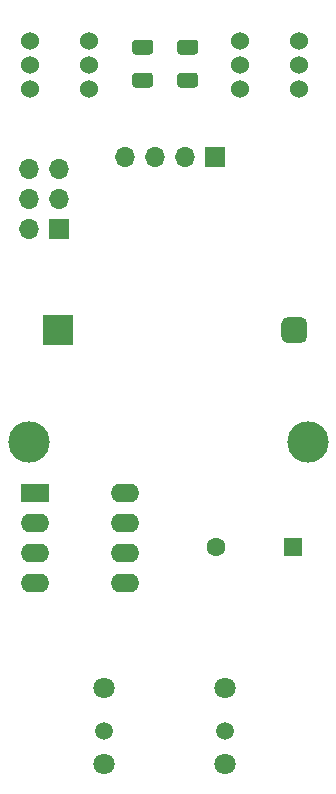
<source format=gbr>
%TF.GenerationSoftware,KiCad,Pcbnew,5.1.9*%
%TF.CreationDate,2021-02-18T20:56:02+01:00*%
%TF.ProjectId,sygeco1,73796765-636f-4312-9e6b-696361645f70,0.2*%
%TF.SameCoordinates,Original*%
%TF.FileFunction,Soldermask,Top*%
%TF.FilePolarity,Negative*%
%FSLAX46Y46*%
G04 Gerber Fmt 4.6, Leading zero omitted, Abs format (unit mm)*
G04 Created by KiCad (PCBNEW 5.1.9) date 2021-02-18 20:56:02*
%MOMM*%
%LPD*%
G01*
G04 APERTURE LIST*
%ADD10R,2.500000X2.500000*%
%ADD11C,1.800000*%
%ADD12C,1.500000*%
%ADD13C,1.524000*%
%ADD14O,1.700000X1.700000*%
%ADD15R,1.700000X1.700000*%
%ADD16C,1.600000*%
%ADD17R,1.600000X1.600000*%
%ADD18O,2.400000X1.600000*%
%ADD19R,2.400000X1.600000*%
%ADD20C,3.500000*%
G04 APERTURE END LIST*
%TO.C,BT1*%
G36*
G01*
X151940000Y-84320000D02*
X151940000Y-83220000D01*
G75*
G02*
X152490000Y-82670000I550000J0D01*
G01*
X153590000Y-82670000D01*
G75*
G02*
X154140000Y-83220000I0J-550000D01*
G01*
X154140000Y-84320000D01*
G75*
G02*
X153590000Y-84870000I-550000J0D01*
G01*
X152490000Y-84870000D01*
G75*
G02*
X151940000Y-84320000I0J550000D01*
G01*
G37*
D10*
X133040000Y-83770000D03*
%TD*%
D11*
%TO.C,S1*%
X136906000Y-114046000D03*
D12*
X136906000Y-117746000D03*
D11*
X136906000Y-120546000D03*
X147206000Y-120546000D03*
D12*
X147206000Y-117746000D03*
D11*
X147206000Y-114046000D03*
%TD*%
D13*
%TO.C,SW1*%
X135700000Y-59325000D03*
X135700000Y-61325000D03*
X135700000Y-63325000D03*
X130700000Y-59325000D03*
X130700000Y-61325000D03*
X130700000Y-63325000D03*
%TD*%
D14*
%TO.C,J1*%
X138734800Y-69138800D03*
X141274800Y-69138800D03*
X143814800Y-69138800D03*
D15*
X146354800Y-69138800D03*
%TD*%
D16*
%TO.C,LS1*%
X146408000Y-102108000D03*
D17*
X152908000Y-102108000D03*
%TD*%
D13*
%TO.C,SW2*%
X153480000Y-59325000D03*
X153480000Y-61325000D03*
X153480000Y-63325000D03*
X148480000Y-59325000D03*
X148480000Y-61325000D03*
X148480000Y-63325000D03*
%TD*%
D18*
%TO.C,U1*%
X138684000Y-97536000D03*
X131064000Y-105156000D03*
X138684000Y-100076000D03*
X131064000Y-102616000D03*
X138684000Y-102616000D03*
X131064000Y-100076000D03*
X138684000Y-105156000D03*
D19*
X131064000Y-97536000D03*
%TD*%
%TO.C,D1*%
G36*
G01*
X140833000Y-60439000D02*
X139583000Y-60439000D01*
G75*
G02*
X139333000Y-60189000I0J250000D01*
G01*
X139333000Y-59439000D01*
G75*
G02*
X139583000Y-59189000I250000J0D01*
G01*
X140833000Y-59189000D01*
G75*
G02*
X141083000Y-59439000I0J-250000D01*
G01*
X141083000Y-60189000D01*
G75*
G02*
X140833000Y-60439000I-250000J0D01*
G01*
G37*
G36*
G01*
X140833000Y-63239000D02*
X139583000Y-63239000D01*
G75*
G02*
X139333000Y-62989000I0J250000D01*
G01*
X139333000Y-62239000D01*
G75*
G02*
X139583000Y-61989000I250000J0D01*
G01*
X140833000Y-61989000D01*
G75*
G02*
X141083000Y-62239000I0J-250000D01*
G01*
X141083000Y-62989000D01*
G75*
G02*
X140833000Y-63239000I-250000J0D01*
G01*
G37*
%TD*%
D14*
%TO.C,J2*%
X130556000Y-70104000D03*
X133096000Y-70104000D03*
X130556000Y-72644000D03*
X133096000Y-72644000D03*
X130556000Y-75184000D03*
D15*
X133096000Y-75184000D03*
%TD*%
D20*
%TO.C,H1*%
X130556000Y-93218000D03*
%TD*%
%TO.C,H2*%
X154178000Y-93218000D03*
%TD*%
%TO.C,D2*%
G36*
G01*
X144643000Y-63239000D02*
X143393000Y-63239000D01*
G75*
G02*
X143143000Y-62989000I0J250000D01*
G01*
X143143000Y-62239000D01*
G75*
G02*
X143393000Y-61989000I250000J0D01*
G01*
X144643000Y-61989000D01*
G75*
G02*
X144893000Y-62239000I0J-250000D01*
G01*
X144893000Y-62989000D01*
G75*
G02*
X144643000Y-63239000I-250000J0D01*
G01*
G37*
G36*
G01*
X144643000Y-60439000D02*
X143393000Y-60439000D01*
G75*
G02*
X143143000Y-60189000I0J250000D01*
G01*
X143143000Y-59439000D01*
G75*
G02*
X143393000Y-59189000I250000J0D01*
G01*
X144643000Y-59189000D01*
G75*
G02*
X144893000Y-59439000I0J-250000D01*
G01*
X144893000Y-60189000D01*
G75*
G02*
X144643000Y-60439000I-250000J0D01*
G01*
G37*
%TD*%
M02*

</source>
